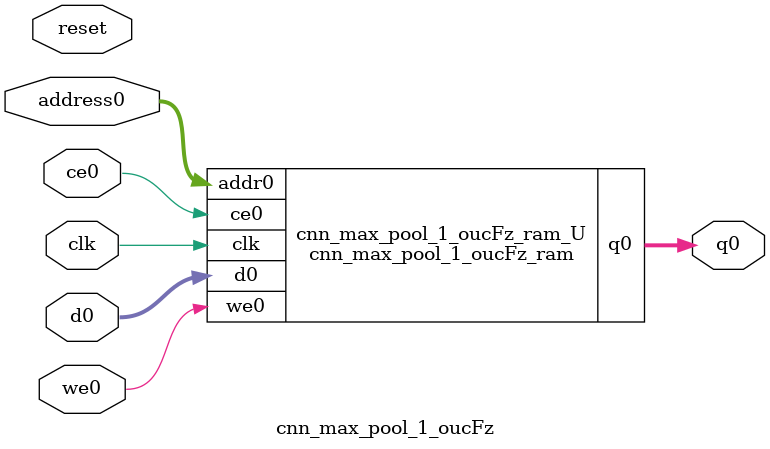
<source format=v>
`timescale 1 ns / 1 ps
module cnn_max_pool_1_oucFz_ram (addr0, ce0, d0, we0, q0,  clk);

parameter DWIDTH = 14;
parameter AWIDTH = 4;
parameter MEM_SIZE = 16;

input[AWIDTH-1:0] addr0;
input ce0;
input[DWIDTH-1:0] d0;
input we0;
output reg[DWIDTH-1:0] q0;
input clk;

(* ram_style = "distributed" *)reg [DWIDTH-1:0] ram[0:MEM_SIZE-1];




always @(posedge clk)  
begin 
    if (ce0) 
    begin
        if (we0) 
        begin 
            ram[addr0] <= d0; 
        end 
        q0 <= ram[addr0];
    end
end


endmodule

`timescale 1 ns / 1 ps
module cnn_max_pool_1_oucFz(
    reset,
    clk,
    address0,
    ce0,
    we0,
    d0,
    q0);

parameter DataWidth = 32'd14;
parameter AddressRange = 32'd16;
parameter AddressWidth = 32'd4;
input reset;
input clk;
input[AddressWidth - 1:0] address0;
input ce0;
input we0;
input[DataWidth - 1:0] d0;
output[DataWidth - 1:0] q0;



cnn_max_pool_1_oucFz_ram cnn_max_pool_1_oucFz_ram_U(
    .clk( clk ),
    .addr0( address0 ),
    .ce0( ce0 ),
    .we0( we0 ),
    .d0( d0 ),
    .q0( q0 ));

endmodule


</source>
